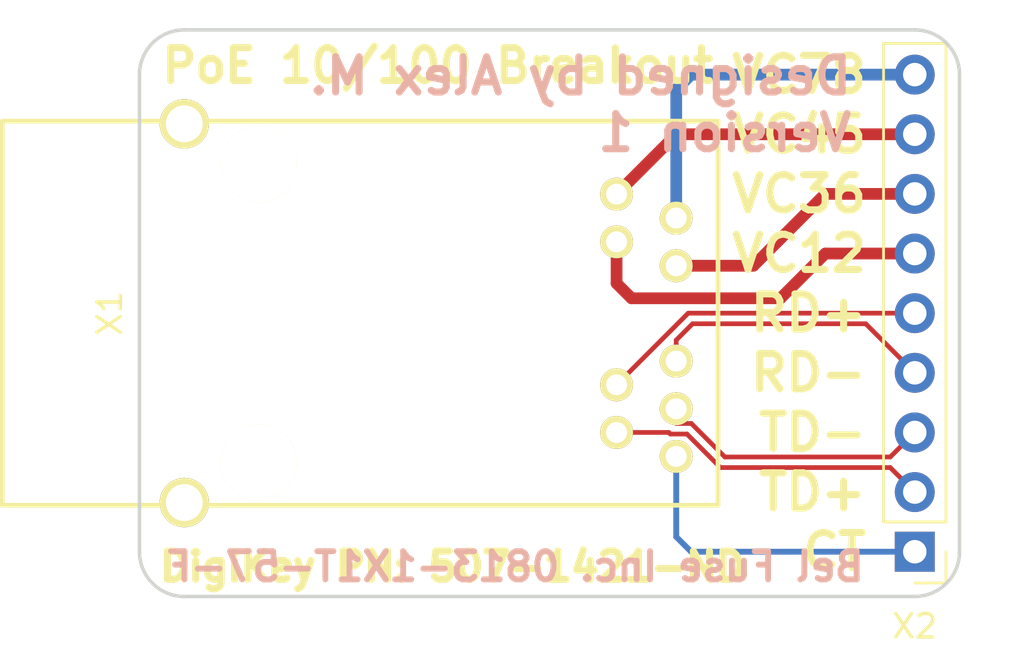
<source format=kicad_pcb>
(kicad_pcb (version 20221018) (generator pcbnew)
  (title_block (title "0813-1X1T-57-F Breakout") (date "2018-08-19") (rev "1") (company "Alex M."))
  (layers (0 "F.Cu" signal) (31 "B.Cu" signal) (34 "B.Paste" user) (35 "F.Paste" user) (36 "B.SilkS" user "B.Silkscreen") (37 "F.SilkS" user "F.Silkscreen") (38 "B.Mask" user) (39 "F.Mask" user) (44 "Edge.Cuts" user))
  (net 0 "")
  (net 1 "/RD-")
  (net 2 "/TD-")
  (net 3 "/RD+")
  (net 4 "/TD+")
  (net 5 "/CT")
  (net 6 "/VC78")
  (net 7 "/VC36")
  (net 8 "/VC45")
  (net 9 "/VC12")
  (footprint "Pin_Headers:Pin_Header_Straight_1x09_Pitch2.54mm" (layer "F.Cu") (at 123.19 118.745 180)
    (fp_text reference "X2" (at 0 -3.175 180) (layer "F.SilkS"))
    (fp_text value "Conn_01x09")
    (fp_line (start -1.33 -1.33) (end 0 -1.33) (stroke (width 0.12)) (layer "F.SilkS"))
    (fp_line (start -1.33 0) (end -1.33 -1.33) (stroke (width 0.12)) (layer "F.SilkS"))
    (fp_line (start -1.33 1.27) (end -1.33 21.65) (stroke (width 0.12)) (layer "F.SilkS"))
    (fp_line (start -1.33 1.27) (end 1.33 1.27) (stroke (width 0.12)) (layer "F.SilkS"))
    (fp_line (start -1.33 21.65) (end 1.33 21.65) (stroke (width 0.12)) (layer "F.SilkS"))
    (fp_line (start 1.33 1.27) (end 1.33 21.65) (stroke (width 0.12)) (layer "F.SilkS"))
    (pad "1" thru_hole rect (at 0 0 180) (size 1.7 1.7) (drill 1) (layers "*.Cu" "*.Mask") (net 5 "/CT"))
    (pad "2" thru_hole oval (at 0 2.54 180) (size 1.7 1.7) (drill 1) (layers "*.Cu" "*.Mask") (net 4 "/TD+"))
    (pad "3" thru_hole oval (at 0 5.08 180) (size 1.7 1.7) (drill 1) (layers "*.Cu" "*.Mask") (net 2 "/TD-"))
    (pad "4" thru_hole oval (at 0 7.62 180) (size 1.7 1.7) (drill 1) (layers "*.Cu" "*.Mask") (net 1 "/RD-"))
    (pad "5" thru_hole oval (at 0 10.16 180) (size 1.7 1.7) (drill 1) (layers "*.Cu" "*.Mask") (net 3 "/RD+"))
    (pad "6" thru_hole oval (at 0 12.7 180) (size 1.7 1.7) (drill 1) (layers "*.Cu" "*.Mask") (net 9 "/VC12"))
    (pad "7" thru_hole oval (at 0 15.24 180) (size 1.7 1.7) (drill 1) (layers "*.Cu" "*.Mask") (net 7 "/VC36"))
    (pad "8" thru_hole oval (at 0 17.78 180) (size 1.7 1.7) (drill 1) (layers "*.Cu" "*.Mask") (net 8 "/VC45"))
    (pad "9" thru_hole oval (at 0 20.32 180) (size 1.7 1.7) (drill 1) (layers "*.Cu" "*.Mask") (net 6 "/VC78"))
  )
  (footprint "AlexComponents:0813-1X1T-57-F_RJ45-Jack" (layer "F.Cu") (at 95.25 108.585 90)
    (fp_text reference "X1" (at 0 -6.35 90) (layer "F.SilkS"))
    (fp_text value "0813-1X1T-57-F")
    (fp_line (start -8.18 -10.92) (end -8.18 19.56) (stroke (width 0.2)) (layer "F.SilkS"))
    (fp_line (start -8.18 -10.92) (end 8.18 -10.92) (stroke (width 0.2)) (layer "F.SilkS"))
    (fp_line (start -8.18 19.56) (end 8.18 19.56) (stroke (width 0.2)) (layer "F.SilkS"))
    (fp_line (start 8.18 -10.92) (end 8.18 19.56) (stroke (width 0.2)) (layer "F.SilkS"))
    (pad "" thru_hole circle (at -8.065 -3.17 90) (size 2.1 2.1) (drill 1.57) (layers "*.Cu" "*.Mask" "F.SilkS"))
    (pad "" np_thru_hole circle (at -6.35 0 90) (size 3.25 3.25) (drill 3.25) (layers "*.Cu" "*.Mask" "F.SilkS"))
    (pad "" np_thru_hole circle (at 6.35 0 90) (size 3.25 3.25) (drill 3.25) (layers "*.Cu" "*.Mask" "F.SilkS"))
    (pad "" thru_hole circle (at 8.065 -3.17 90) (size 2.1 2.1) (drill 1.57) (layers "*.Cu" "*.Mask" "F.SilkS"))
    (pad "1" thru_hole circle (at -5.08 15.24 90) (size 1.4 1.4) (drill 0.89) (layers "*.Cu" "*.Mask" "F.SilkS") (net 4 "/TD+"))
    (pad "2" thru_hole circle (at -3.05 15.24 90) (size 1.4 1.4) (drill 0.89) (layers "*.Cu" "*.Mask" "F.SilkS") (net 3 "/RD+"))
    (pad "5" thru_hole circle (at 3.04 15.24 90) (size 1.4 1.4) (drill 0.89) (layers "*.Cu" "*.Mask" "F.SilkS") (net 9 "/VC12"))
    (pad "6" thru_hole circle (at 5.07 15.24 90) (size 1.4 1.4) (drill 0.89) (layers "*.Cu" "*.Mask" "F.SilkS") (net 8 "/VC45"))
    (pad "7" thru_hole circle (at -6.1 17.78 90) (size 1.4 1.4) (drill 0.89) (layers "*.Cu" "*.Mask" "F.SilkS") (net 5 "/CT"))
    (pad "8" thru_hole circle (at -4.07 17.78 90) (size 1.4 1.4) (drill 0.89) (layers "*.Cu" "*.Mask" "F.SilkS") (net 2 "/TD-"))
    (pad "9" thru_hole circle (at -2.04 17.78 90) (size 1.4 1.4) (drill 0.89) (layers "*.Cu" "*.Mask" "F.SilkS") (net 1 "/RD-"))
    (pad "10" thru_hole circle (at 2.02 17.78 90) (size 1.4 1.4) (drill 0.89) (layers "*.Cu" "*.Mask" "F.SilkS") (net 7 "/VC36"))
    (pad "11" thru_hole circle (at 4.05 17.78 90) (size 1.4 1.4) (drill 0.89) (layers "*.Cu" "*.Mask" "F.SilkS") (net 6 "/VC78"))
  )
  (gr_arc (start 92.075 120.65) (mid 90.727962 120.092038) (end 90.17 118.745) (stroke (width 0.15)) (layer "Edge.Cuts"))
  (gr_line (start 92.075 96.52) (end 123.19 96.52) (stroke (width 0.15)) (layer "Edge.Cuts"))
  (gr_arc (start 125.095 118.745) (mid 124.537038 120.092038) (end 123.19 120.65) (stroke (width 0.15)) (layer "Edge.Cuts"))
  (gr_line (start 90.17 118.745) (end 90.17 98.425) (stroke (width 0.15)) (layer "Edge.Cuts"))
  (gr_line (start 125.095 98.425) (end 125.095 118.745) (stroke (width 0.15)) (layer "Edge.Cuts"))
  (gr_arc (start 123.19 96.52) (mid 124.537038 97.077962) (end 125.095 98.425) (stroke (width 0.15)) (layer "Edge.Cuts"))
  (gr_arc (start 90.17 98.425) (mid 90.727962 97.077962) (end 92.075 96.52) (stroke (width 0.15)) (layer "Edge.Cuts"))
  (gr_line (start 123.19 120.65) (end 92.075 120.65) (stroke (width 0.15)) (layer "Edge.Cuts"))
  (gr_text "Designed by Alex M.\nVersion 1" (at 120.65 99.695) (layer "B.SilkS") (effects (font (size 1.5 1.5) (thickness 0.3)) (justify left mirror)))
  (gr_text "Bel Fuse Inc. 0813-1X1T-57-F" (at 106.172 119.38) (layer "B.SilkS") (effects (font (size 1.2 1.2) (thickness 0.25)) (justify mirror)))
  (gr_text "PoE 10/100 Breakout" (at 102.87 98.044) (layer "F.SilkS") (effects (font (size 1.4 1.4) (thickness 0.3))))
  (gr_text "DigiKey PN: 507-1421-ND" (at 103.505 119.38) (layer "F.SilkS") (effects (font (size 1.2 1.2) (thickness 0.3))))
  (gr_text "VC12" (at 121.285 106.045) (layer "F.SilkS") (effects (font (size 1.5 1.5) (thickness 0.3)) (justify right)))
  (gr_text "TD-" (at 121.285 113.665) (layer "F.SilkS") (effects (font (size 1.5 1.5) (thickness 0.3)) (justify right)))
  (gr_text "VC36" (at 121.285 103.505) (layer "F.SilkS") (effects (font (size 1.5 1.5) (thickness 0.3)) (justify right)))
  (gr_text "VC45" (at 121.285 100.965) (layer "F.SilkS") (effects (font (size 1.5 1.5) (thickness 0.3)) (justify right)))
  (gr_text "VC78" (at 121.285 98.425) (layer "F.SilkS") (effects (font (size 1.5 1.5) (thickness 0.3)) (justify right)))
  (gr_text "CT" (at 121.285 118.745) (layer "F.SilkS") (effects (font (size 1.5 1.5) (thickness 0.3)) (justify right)))
  (gr_text "RD+" (at 121.285 108.585) (layer "F.SilkS") (effects (font (size 1.5 1.5) (thickness 0.3)) (justify right)))
  (gr_text "TD+" (at 121.285 116.205) (layer "F.SilkS") (effects (font (size 1.5 1.5) (thickness 0.3)) (justify right)))
  (gr_text "RD-" (at 121.285 111.125) (layer "F.SilkS") (effects (font (size 1.5 1.5) (thickness 0.3)) (justify right)))
  (segment (start 113.726397 109.035) (end 121.1 109.035) (width 0.2) (layer "F.Cu") (net 1))
  (segment (start 113.03 109.731397) (end 113.726397 109.035) (width 0.2) (layer "F.Cu") (net 1))
  (segment (start 121.1 109.035) (end 123.19 111.125) (width 0.2) (layer "F.Cu") (net 1))
  (segment (start 113.03 110.625) (end 113.03 109.731397) (width 0.2) (layer "F.Cu") (net 1))
  (segment (start 113.03 113.282608) (end 113.673545 113.282608) (width 0.2) (layer "F.Cu") (net 2))
  (segment (start 115.100937 114.71) (end 122.145 114.71) (width 0.2) (layer "F.Cu") (net 2))
  (segment (start 122.145 114.71) (end 123.19 113.665) (width 0.2) (layer "F.Cu") (net 2))
  (segment (start 113.03 112.655) (end 113.03 113.282608) (width 0.2) (layer "F.Cu") (net 2))
  (segment (start 113.673545 113.282608) (end 115.100937 114.71) (width 0.2) (layer "F.Cu") (net 2))
  (segment (start 113.54 108.585) (end 121.1 108.585) (width 0.2) (layer "F.Cu") (net 3))
  (segment (start 110.49 111.635) (end 113.54 108.585) (width 0.2) (layer "F.Cu") (net 3))
  (segment (start 121.1 108.585) (end 123.19 108.585) (width 0.2) (layer "F.Cu") (net 3))
  (segment (start 114.914554 115.16) (end 122.145 115.16) (width 0.2) (layer "F.Cu") (net 4))
  (segment (start 113.487153 113.732599) (end 114.914554 115.16) (width 0.2) (layer "F.Cu") (net 4))
  (segment (start 112.7794 113.732599) (end 113.487153 113.732599) (width 0.2) (layer "F.Cu") (net 4))
  (segment (start 110.49 113.665) (end 112.711801 113.665) (width 0.2) (layer "F.Cu") (net 4))
  (segment (start 112.711801 113.665) (end 112.7794 113.732599) (width 0.2) (layer "F.Cu") (net 4))
  (segment (start 122.145 115.16) (end 123.19 116.205) (width 0.2) (layer "F.Cu") (net 4))
  (segment (start 113.03 118.11) (end 113.03 114.685) (width 0.25) (layer "B.Cu") (net 5))
  (segment (start 123.19 118.745) (end 113.665 118.745) (width 0.25) (layer "B.Cu") (net 5))
  (segment (start 113.665 118.745) (end 113.03 118.11) (width 0.25) (layer "B.Cu") (net 5))
  (segment (start 113.03 104.535) (end 113.03 99.06) (width 0.5) (layer "B.Cu") (net 6))
  (segment (start 113.03 99.06) (end 113.665 98.425) (width 0.5) (layer "B.Cu") (net 6))
  (segment (start 113.665 98.425) (end 123.19 98.425) (width 0.5) (layer "B.Cu") (net 6))
  (segment (start 119.38 103.505) (end 123.19 103.505) (width 0.5) (layer "F.Cu") (net 7))
  (segment (start 113.03 106.565) (end 116.32 106.565) (width 0.5) (layer "F.Cu") (net 7))
  (segment (start 116.32 106.565) (end 119.38 103.505) (width 0.5) (layer "F.Cu") (net 7))
  (segment (start 110.49 103.515) (end 113.04 100.965) (width 0.5) (layer "F.Cu") (net 8))
  (segment (start 113.04 100.965) (end 123.19 100.965) (width 0.5) (layer "F.Cu") (net 8))
  (segment (start 117.475 107.95) (end 111.125 107.95) (width 0.5) (layer "F.Cu") (net 9))
  (segment (start 111.125 107.95) (end 110.49 107.315) (width 0.5) (layer "F.Cu") (net 9))
  (segment (start 110.49 107.315) (end 110.49 105.545) (width 0.5) (layer "F.Cu") (net 9))
  (segment (start 123.19 106.045) (end 119.38 106.045) (width 0.5) (layer "F.Cu") (net 9))
  (segment (start 119.38 106.045) (end 117.475 107.95) (width 0.5) (layer "F.Cu") (net 9))
)
</source>
